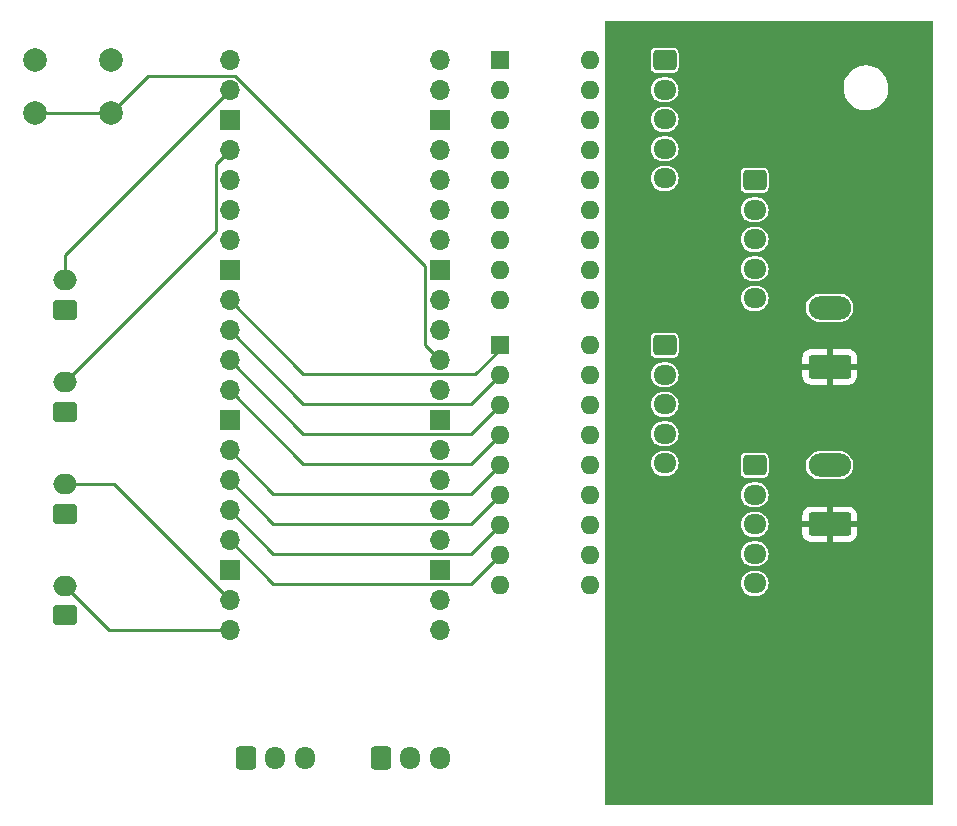
<source format=gbl>
%TF.GenerationSoftware,KiCad,Pcbnew,7.0.5*%
%TF.CreationDate,2023-06-21T21:20:56+02:00*%
%TF.ProjectId,moduleDriver,6d6f6475-6c65-4447-9269-7665722e6b69,rev?*%
%TF.SameCoordinates,Original*%
%TF.FileFunction,Copper,L2,Bot*%
%TF.FilePolarity,Positive*%
%FSLAX46Y46*%
G04 Gerber Fmt 4.6, Leading zero omitted, Abs format (unit mm)*
G04 Created by KiCad (PCBNEW 7.0.5) date 2023-06-21 21:20:56*
%MOMM*%
%LPD*%
G01*
G04 APERTURE LIST*
G04 Aperture macros list*
%AMRoundRect*
0 Rectangle with rounded corners*
0 $1 Rounding radius*
0 $2 $3 $4 $5 $6 $7 $8 $9 X,Y pos of 4 corners*
0 Add a 4 corners polygon primitive as box body*
4,1,4,$2,$3,$4,$5,$6,$7,$8,$9,$2,$3,0*
0 Add four circle primitives for the rounded corners*
1,1,$1+$1,$2,$3*
1,1,$1+$1,$4,$5*
1,1,$1+$1,$6,$7*
1,1,$1+$1,$8,$9*
0 Add four rect primitives between the rounded corners*
20,1,$1+$1,$2,$3,$4,$5,0*
20,1,$1+$1,$4,$5,$6,$7,0*
20,1,$1+$1,$6,$7,$8,$9,0*
20,1,$1+$1,$8,$9,$2,$3,0*%
G04 Aperture macros list end*
%TA.AperFunction,ComponentPad*%
%ADD10O,1.700000X1.700000*%
%TD*%
%TA.AperFunction,ComponentPad*%
%ADD11R,1.700000X1.700000*%
%TD*%
%TA.AperFunction,ComponentPad*%
%ADD12O,3.600000X2.000000*%
%TD*%
%TA.AperFunction,ComponentPad*%
%ADD13RoundRect,0.250000X1.550000X-0.750000X1.550000X0.750000X-1.550000X0.750000X-1.550000X-0.750000X0*%
%TD*%
%TA.AperFunction,ComponentPad*%
%ADD14O,1.700000X1.950000*%
%TD*%
%TA.AperFunction,ComponentPad*%
%ADD15RoundRect,0.250000X-0.600000X-0.725000X0.600000X-0.725000X0.600000X0.725000X-0.600000X0.725000X0*%
%TD*%
%TA.AperFunction,ComponentPad*%
%ADD16O,1.950000X1.700000*%
%TD*%
%TA.AperFunction,ComponentPad*%
%ADD17RoundRect,0.250000X-0.725000X0.600000X-0.725000X-0.600000X0.725000X-0.600000X0.725000X0.600000X0*%
%TD*%
%TA.AperFunction,ComponentPad*%
%ADD18O,1.600000X1.600000*%
%TD*%
%TA.AperFunction,ComponentPad*%
%ADD19R,1.600000X1.600000*%
%TD*%
%TA.AperFunction,ComponentPad*%
%ADD20RoundRect,0.250000X0.750000X-0.600000X0.750000X0.600000X-0.750000X0.600000X-0.750000X-0.600000X0*%
%TD*%
%TA.AperFunction,ComponentPad*%
%ADD21O,2.000000X1.700000*%
%TD*%
%TA.AperFunction,ComponentPad*%
%ADD22C,2.000000*%
%TD*%
%TA.AperFunction,ViaPad*%
%ADD23C,1.000000*%
%TD*%
%TA.AperFunction,Conductor*%
%ADD24C,0.250000*%
%TD*%
G04 APERTURE END LIST*
D10*
X71120000Y-73660000D03*
X71120000Y-76200000D03*
D11*
X71120000Y-78740000D03*
D10*
X71120000Y-81280000D03*
X71120000Y-83820000D03*
X71120000Y-86360000D03*
X71120000Y-88900000D03*
D11*
X71120000Y-91440000D03*
D10*
X71120000Y-93980000D03*
X71120000Y-96520000D03*
X71120000Y-99060000D03*
X71120000Y-101600000D03*
D11*
X71120000Y-104140000D03*
D10*
X71120000Y-106680000D03*
X71120000Y-109220000D03*
X71120000Y-111760000D03*
X71120000Y-114300000D03*
D11*
X71120000Y-116840000D03*
D10*
X71120000Y-119380000D03*
X71120000Y-121920000D03*
X88900000Y-121920000D03*
X88900000Y-119380000D03*
D11*
X88900000Y-116840000D03*
D10*
X88900000Y-114300000D03*
X88900000Y-111760000D03*
X88900000Y-109220000D03*
X88900000Y-106680000D03*
D11*
X88900000Y-104140000D03*
D10*
X88900000Y-101600000D03*
X88900000Y-99060000D03*
X88900000Y-96520000D03*
X88900000Y-93980000D03*
D11*
X88900000Y-91440000D03*
D10*
X88900000Y-88900000D03*
X88900000Y-86360000D03*
X88900000Y-83820000D03*
X88900000Y-81280000D03*
D11*
X88900000Y-78740000D03*
D10*
X88900000Y-76200000D03*
X88900000Y-73660000D03*
D12*
X121920000Y-107950000D03*
D13*
X121920000Y-112950000D03*
D12*
X121920000Y-94615000D03*
D13*
X121920000Y-99615000D03*
D14*
X77470000Y-132715000D03*
X74970000Y-132715000D03*
D15*
X72470000Y-132715000D03*
D16*
X107950000Y-107790000D03*
X107950000Y-105290000D03*
X107950000Y-102790000D03*
X107950000Y-100290000D03*
D17*
X107950000Y-97790000D03*
D18*
X101600000Y-97790000D03*
X101600000Y-100330000D03*
X101600000Y-102870000D03*
X101600000Y-105410000D03*
X101600000Y-107950000D03*
X101600000Y-110490000D03*
X101600000Y-113030000D03*
X101600000Y-115570000D03*
X101600000Y-118110000D03*
X93980000Y-118110000D03*
X93980000Y-115570000D03*
X93980000Y-113030000D03*
X93980000Y-110490000D03*
X93980000Y-107950000D03*
X93980000Y-105410000D03*
X93980000Y-102870000D03*
X93980000Y-100330000D03*
D19*
X93980000Y-97790000D03*
D20*
X57150000Y-112054000D03*
D21*
X57150000Y-109554000D03*
D18*
X101600000Y-73660000D03*
X101600000Y-76200000D03*
X101600000Y-78740000D03*
X101600000Y-81280000D03*
X101600000Y-83820000D03*
X101600000Y-86360000D03*
X101600000Y-88900000D03*
X101600000Y-91440000D03*
X101600000Y-93980000D03*
X93980000Y-93980000D03*
X93980000Y-91440000D03*
X93980000Y-88900000D03*
X93980000Y-86360000D03*
X93980000Y-83820000D03*
X93980000Y-81280000D03*
X93980000Y-78740000D03*
X93980000Y-76200000D03*
D19*
X93980000Y-73660000D03*
D22*
X54610000Y-73660000D03*
X61110000Y-73660000D03*
X54610000Y-78160000D03*
X61110000Y-78160000D03*
D20*
X57150000Y-94782000D03*
D21*
X57150000Y-92282000D03*
D16*
X115570000Y-117950000D03*
X115570000Y-115450000D03*
X115570000Y-112950000D03*
X115570000Y-110450000D03*
D17*
X115570000Y-107950000D03*
D16*
X115570000Y-93820000D03*
X115570000Y-91320000D03*
X115570000Y-88820000D03*
X115570000Y-86320000D03*
D17*
X115570000Y-83820000D03*
D20*
X57150000Y-120650000D03*
D21*
X57150000Y-118150000D03*
D20*
X57150000Y-103418000D03*
D21*
X57150000Y-100918000D03*
D14*
X88900000Y-132715000D03*
X86400000Y-132715000D03*
D15*
X83900000Y-132715000D03*
D16*
X107950000Y-83660000D03*
X107950000Y-81160000D03*
X107950000Y-78660000D03*
X107950000Y-76160000D03*
D17*
X107950000Y-73660000D03*
D23*
X106045000Y-129540000D03*
X107315000Y-129540000D03*
X108585000Y-129540000D03*
X108585000Y-130810000D03*
X108585000Y-132080000D03*
X108585000Y-133350000D03*
X116205000Y-129540000D03*
X116205000Y-130810000D03*
X116205000Y-132080000D03*
X116205000Y-133350000D03*
X116205000Y-134620000D03*
X114935000Y-134620000D03*
X113665000Y-134620000D03*
X112395000Y-134620000D03*
X111125000Y-134620000D03*
X109855000Y-134620000D03*
X108585000Y-134620000D03*
X125095000Y-132080000D03*
X123825000Y-132080000D03*
X122555000Y-132080000D03*
X121285000Y-132080000D03*
X126365000Y-128270000D03*
X120015000Y-128270000D03*
X120015000Y-127000000D03*
X126365000Y-127000000D03*
X126365000Y-132080000D03*
X126365000Y-130810000D03*
X126365000Y-129540000D03*
X120015000Y-132080000D03*
X120015000Y-130810000D03*
X120015000Y-129540000D03*
X118745000Y-129540000D03*
X117475000Y-129540000D03*
X104775000Y-129540000D03*
X104775000Y-128270000D03*
X104775000Y-127000000D03*
D24*
X54610000Y-78160000D02*
X61110000Y-78160000D01*
X57150000Y-90170000D02*
X57150000Y-92282000D01*
X71120000Y-76200000D02*
X57150000Y-90170000D01*
X69945000Y-88123000D02*
X57150000Y-100918000D01*
X69945000Y-82455000D02*
X69945000Y-88123000D01*
X71120000Y-81280000D02*
X69945000Y-82455000D01*
X71120000Y-119380000D02*
X61294000Y-109554000D01*
X61294000Y-109554000D02*
X57150000Y-109554000D01*
X71120000Y-121920000D02*
X60920000Y-121920000D01*
X60920000Y-121920000D02*
X57150000Y-118150000D01*
X77375000Y-100235000D02*
X71120000Y-93980000D01*
X93980000Y-97790000D02*
X93980000Y-98181701D01*
X91926701Y-100235000D02*
X77375000Y-100235000D01*
X93980000Y-98181701D02*
X91926701Y-100235000D01*
X77375000Y-102775000D02*
X71120000Y-96520000D01*
X93980000Y-100330000D02*
X91535000Y-102775000D01*
X91535000Y-102775000D02*
X77375000Y-102775000D01*
X91535000Y-105315000D02*
X77375000Y-105315000D01*
X93980000Y-102870000D02*
X91535000Y-105315000D01*
X77375000Y-105315000D02*
X71120000Y-99060000D01*
X91535000Y-107855000D02*
X77375000Y-107855000D01*
X93980000Y-105410000D02*
X91535000Y-107855000D01*
X77375000Y-107855000D02*
X71120000Y-101600000D01*
X91535000Y-110395000D02*
X74835000Y-110395000D01*
X93980000Y-107950000D02*
X91535000Y-110395000D01*
X74835000Y-110395000D02*
X71120000Y-106680000D01*
X91535000Y-112935000D02*
X74835000Y-112935000D01*
X93980000Y-110490000D02*
X91535000Y-112935000D01*
X74835000Y-112935000D02*
X71120000Y-109220000D01*
X93980000Y-113030000D02*
X91535000Y-115475000D01*
X91535000Y-115475000D02*
X74835000Y-115475000D01*
X74835000Y-115475000D02*
X71120000Y-111760000D01*
X91535000Y-118015000D02*
X74835000Y-118015000D01*
X74835000Y-118015000D02*
X71120000Y-114300000D01*
X93980000Y-115570000D02*
X91535000Y-118015000D01*
X87630000Y-97790000D02*
X88900000Y-99060000D01*
X87630000Y-91048299D02*
X87630000Y-97790000D01*
X61110000Y-78160000D02*
X64245000Y-75025000D01*
X64245000Y-75025000D02*
X71606701Y-75025000D01*
X71606701Y-75025000D02*
X87630000Y-91048299D01*
%TA.AperFunction,Conductor*%
G36*
X130642539Y-70320185D02*
G01*
X130688294Y-70372989D01*
X130699500Y-70424500D01*
X130699500Y-136575500D01*
X130679815Y-136642539D01*
X130627011Y-136688294D01*
X130575500Y-136699500D01*
X102994000Y-136699500D01*
X102926961Y-136679815D01*
X102881206Y-136627011D01*
X102870000Y-136575500D01*
X102870000Y-117949999D01*
X114389417Y-117949999D01*
X114409699Y-118155932D01*
X114409700Y-118155934D01*
X114469768Y-118353954D01*
X114567315Y-118536450D01*
X114567317Y-118536452D01*
X114698589Y-118696410D01*
X114795209Y-118775702D01*
X114858550Y-118827685D01*
X115041046Y-118925232D01*
X115239066Y-118985300D01*
X115239065Y-118985300D01*
X115277647Y-118989100D01*
X115393392Y-119000500D01*
X115393395Y-119000500D01*
X115746605Y-119000500D01*
X115746608Y-119000500D01*
X115900934Y-118985300D01*
X116098954Y-118925232D01*
X116281450Y-118827685D01*
X116441410Y-118696410D01*
X116572685Y-118536450D01*
X116670232Y-118353954D01*
X116730300Y-118155934D01*
X116750583Y-117950000D01*
X116730300Y-117744066D01*
X116670232Y-117546046D01*
X116572685Y-117363550D01*
X116499268Y-117274090D01*
X116441410Y-117203589D01*
X116323677Y-117106969D01*
X116281450Y-117072315D01*
X116098954Y-116974768D01*
X115900934Y-116914700D01*
X115900932Y-116914699D01*
X115900934Y-116914699D01*
X115781805Y-116902966D01*
X115746608Y-116899500D01*
X115393392Y-116899500D01*
X115355298Y-116903251D01*
X115239067Y-116914699D01*
X115041043Y-116974769D01*
X114930898Y-117033643D01*
X114858550Y-117072315D01*
X114858548Y-117072316D01*
X114858547Y-117072317D01*
X114698589Y-117203589D01*
X114567317Y-117363547D01*
X114469769Y-117546043D01*
X114409699Y-117744067D01*
X114389417Y-117949999D01*
X102870000Y-117949999D01*
X102870000Y-115450000D01*
X114389417Y-115450000D01*
X114409699Y-115655932D01*
X114409700Y-115655934D01*
X114469768Y-115853954D01*
X114567315Y-116036450D01*
X114567317Y-116036452D01*
X114698589Y-116196410D01*
X114795209Y-116275702D01*
X114858550Y-116327685D01*
X115041046Y-116425232D01*
X115239066Y-116485300D01*
X115239065Y-116485300D01*
X115277647Y-116489100D01*
X115393392Y-116500500D01*
X115393395Y-116500500D01*
X115746605Y-116500500D01*
X115746608Y-116500500D01*
X115900934Y-116485300D01*
X116098954Y-116425232D01*
X116281450Y-116327685D01*
X116441410Y-116196410D01*
X116572685Y-116036450D01*
X116670232Y-115853954D01*
X116730300Y-115655934D01*
X116750583Y-115450000D01*
X116730300Y-115244066D01*
X116670232Y-115046046D01*
X116572685Y-114863550D01*
X116466441Y-114734090D01*
X116441410Y-114703589D01*
X116281452Y-114572317D01*
X116281453Y-114572317D01*
X116281450Y-114572315D01*
X116098954Y-114474768D01*
X115900934Y-114414700D01*
X115900932Y-114414699D01*
X115900934Y-114414699D01*
X115781805Y-114402966D01*
X115746608Y-114399500D01*
X115393392Y-114399500D01*
X115355298Y-114403251D01*
X115239067Y-114414699D01*
X115041043Y-114474769D01*
X114930898Y-114533643D01*
X114858550Y-114572315D01*
X114858548Y-114572316D01*
X114858547Y-114572317D01*
X114698589Y-114703589D01*
X114567317Y-114863547D01*
X114469769Y-115046043D01*
X114409699Y-115244067D01*
X114389417Y-115450000D01*
X102870000Y-115450000D01*
X102870000Y-112949999D01*
X114389417Y-112949999D01*
X114409699Y-113155932D01*
X114409700Y-113155934D01*
X114469768Y-113353954D01*
X114567315Y-113536450D01*
X114567317Y-113536452D01*
X114698589Y-113696410D01*
X114763857Y-113749973D01*
X114858550Y-113827685D01*
X115041046Y-113925232D01*
X115239066Y-113985300D01*
X115239065Y-113985300D01*
X115277647Y-113989100D01*
X115393392Y-114000500D01*
X115393395Y-114000500D01*
X115746605Y-114000500D01*
X115746608Y-114000500D01*
X115900934Y-113985300D01*
X116098954Y-113925232D01*
X116281450Y-113827685D01*
X116441410Y-113696410D01*
X116572685Y-113536450D01*
X116670232Y-113353954D01*
X116730300Y-113155934D01*
X116750583Y-112950000D01*
X116730300Y-112744066D01*
X116716933Y-112699999D01*
X119619999Y-112699999D01*
X119620000Y-112700000D01*
X121260671Y-112700000D01*
X121220000Y-112865005D01*
X121220000Y-113034995D01*
X121260671Y-113200000D01*
X119620001Y-113200000D01*
X119620001Y-113749986D01*
X119630494Y-113852697D01*
X119685641Y-114019119D01*
X119685643Y-114019124D01*
X119777684Y-114168345D01*
X119901654Y-114292315D01*
X120050875Y-114384356D01*
X120050880Y-114384358D01*
X120217302Y-114439505D01*
X120217309Y-114439506D01*
X120320019Y-114449999D01*
X121669999Y-114449999D01*
X121669999Y-113603836D01*
X121751249Y-113634651D01*
X121877660Y-113650000D01*
X121962340Y-113650000D01*
X122088751Y-113634651D01*
X122170000Y-113603837D01*
X122170000Y-114449999D01*
X123519972Y-114449999D01*
X123519986Y-114449998D01*
X123622697Y-114439505D01*
X123789119Y-114384358D01*
X123789124Y-114384356D01*
X123938345Y-114292315D01*
X124062315Y-114168345D01*
X124154356Y-114019124D01*
X124154358Y-114019119D01*
X124209505Y-113852697D01*
X124209506Y-113852690D01*
X124219999Y-113749986D01*
X124220000Y-113749973D01*
X124220000Y-113200000D01*
X122579329Y-113200000D01*
X122620000Y-113034995D01*
X122620000Y-112865005D01*
X122579329Y-112700000D01*
X124219999Y-112700000D01*
X124219999Y-112150028D01*
X124219998Y-112150013D01*
X124209505Y-112047302D01*
X124154358Y-111880880D01*
X124154356Y-111880875D01*
X124062315Y-111731654D01*
X123938345Y-111607684D01*
X123789124Y-111515643D01*
X123789119Y-111515641D01*
X123622697Y-111460494D01*
X123622690Y-111460493D01*
X123519986Y-111450000D01*
X122170000Y-111450000D01*
X122170000Y-112296162D01*
X122088751Y-112265349D01*
X121962340Y-112250000D01*
X121877660Y-112250000D01*
X121751249Y-112265349D01*
X121669999Y-112296163D01*
X121669999Y-111450000D01*
X120320028Y-111450000D01*
X120320012Y-111450001D01*
X120217302Y-111460494D01*
X120050880Y-111515641D01*
X120050875Y-111515643D01*
X119901654Y-111607684D01*
X119777684Y-111731654D01*
X119685643Y-111880875D01*
X119685641Y-111880880D01*
X119630494Y-112047302D01*
X119630493Y-112047309D01*
X119620000Y-112150013D01*
X119620000Y-112150026D01*
X119619999Y-112699999D01*
X116716933Y-112699999D01*
X116670232Y-112546046D01*
X116572685Y-112363550D01*
X116492094Y-112265349D01*
X116441410Y-112203589D01*
X116281452Y-112072317D01*
X116281453Y-112072317D01*
X116281450Y-112072315D01*
X116098954Y-111974768D01*
X115900934Y-111914700D01*
X115900932Y-111914699D01*
X115900934Y-111914699D01*
X115781805Y-111902966D01*
X115746608Y-111899500D01*
X115393392Y-111899500D01*
X115355298Y-111903251D01*
X115239067Y-111914699D01*
X115041043Y-111974769D01*
X114947707Y-112024659D01*
X114858550Y-112072315D01*
X114858548Y-112072316D01*
X114858547Y-112072317D01*
X114698589Y-112203589D01*
X114567317Y-112363547D01*
X114469769Y-112546043D01*
X114409699Y-112744067D01*
X114389417Y-112949999D01*
X102870000Y-112949999D01*
X102870000Y-110449999D01*
X114389417Y-110449999D01*
X114409699Y-110655932D01*
X114409700Y-110655934D01*
X114469768Y-110853954D01*
X114567315Y-111036450D01*
X114601969Y-111078677D01*
X114698589Y-111196410D01*
X114795209Y-111275702D01*
X114858550Y-111327685D01*
X115041046Y-111425232D01*
X115239066Y-111485300D01*
X115239065Y-111485300D01*
X115277647Y-111489100D01*
X115393392Y-111500500D01*
X115393395Y-111500500D01*
X115746605Y-111500500D01*
X115746608Y-111500500D01*
X115900934Y-111485300D01*
X116098954Y-111425232D01*
X116281450Y-111327685D01*
X116441410Y-111196410D01*
X116572685Y-111036450D01*
X116670232Y-110853954D01*
X116730300Y-110655934D01*
X116750583Y-110450000D01*
X116730300Y-110244066D01*
X116670232Y-110046046D01*
X116572685Y-109863550D01*
X116503393Y-109779117D01*
X116441410Y-109703589D01*
X116281452Y-109572317D01*
X116281453Y-109572317D01*
X116281450Y-109572315D01*
X116098954Y-109474768D01*
X115900934Y-109414700D01*
X115900932Y-109414699D01*
X115900934Y-109414699D01*
X115781805Y-109402966D01*
X115746608Y-109399500D01*
X115393392Y-109399500D01*
X115355298Y-109403251D01*
X115239067Y-109414699D01*
X115041043Y-109474769D01*
X114986402Y-109503976D01*
X114858550Y-109572315D01*
X114858548Y-109572316D01*
X114858547Y-109572317D01*
X114698589Y-109703589D01*
X114567317Y-109863547D01*
X114469769Y-110046043D01*
X114409699Y-110244067D01*
X114389417Y-110449999D01*
X102870000Y-110449999D01*
X102870000Y-107790000D01*
X106769417Y-107790000D01*
X106789699Y-107995932D01*
X106789700Y-107995934D01*
X106849768Y-108193954D01*
X106947315Y-108376450D01*
X106947317Y-108376452D01*
X107078589Y-108536410D01*
X107161273Y-108604266D01*
X107238550Y-108667685D01*
X107421046Y-108765232D01*
X107619066Y-108825300D01*
X107619065Y-108825300D01*
X107657647Y-108829100D01*
X107773392Y-108840500D01*
X107773395Y-108840500D01*
X108126605Y-108840500D01*
X108126608Y-108840500D01*
X108280934Y-108825300D01*
X108478954Y-108765232D01*
X108661450Y-108667685D01*
X108738723Y-108604269D01*
X114394500Y-108604269D01*
X114397353Y-108634699D01*
X114397353Y-108634701D01*
X114442206Y-108762880D01*
X114442207Y-108762882D01*
X114522850Y-108872150D01*
X114632118Y-108952793D01*
X114674845Y-108967744D01*
X114760299Y-108997646D01*
X114790730Y-109000500D01*
X114790734Y-109000500D01*
X116349270Y-109000500D01*
X116379699Y-108997646D01*
X116379701Y-108997646D01*
X116444258Y-108975056D01*
X116507882Y-108952793D01*
X116617150Y-108872150D01*
X116697793Y-108762882D01*
X116727998Y-108676562D01*
X116742646Y-108634701D01*
X116742646Y-108634699D01*
X116742646Y-108634698D01*
X116745500Y-108604266D01*
X116745500Y-108061240D01*
X119919499Y-108061240D01*
X119919500Y-108061243D01*
X119960382Y-108279940D01*
X120040752Y-108487398D01*
X120040754Y-108487404D01*
X120157874Y-108676560D01*
X120157876Y-108676562D01*
X120307761Y-108840979D01*
X120485308Y-108975056D01*
X120485316Y-108975061D01*
X120684461Y-109074224D01*
X120684465Y-109074225D01*
X120684472Y-109074229D01*
X120898464Y-109135115D01*
X121064497Y-109150500D01*
X121064501Y-109150500D01*
X122775499Y-109150500D01*
X122775503Y-109150500D01*
X122941536Y-109135115D01*
X123155528Y-109074229D01*
X123354689Y-108975058D01*
X123532236Y-108840981D01*
X123532675Y-108840500D01*
X123601292Y-108765230D01*
X123682124Y-108676562D01*
X123799247Y-108487401D01*
X123879618Y-108279940D01*
X123920500Y-108061243D01*
X123920500Y-107838757D01*
X123879618Y-107620060D01*
X123799247Y-107412599D01*
X123782806Y-107386046D01*
X123682125Y-107223439D01*
X123682123Y-107223437D01*
X123532238Y-107059020D01*
X123354691Y-106924943D01*
X123354683Y-106924938D01*
X123155538Y-106825775D01*
X123155523Y-106825769D01*
X122941537Y-106764885D01*
X122941535Y-106764884D01*
X122823653Y-106753961D01*
X122775503Y-106749500D01*
X121064497Y-106749500D01*
X121019601Y-106753660D01*
X120898464Y-106764884D01*
X120898462Y-106764885D01*
X120684476Y-106825769D01*
X120684461Y-106825775D01*
X120485316Y-106924938D01*
X120485308Y-106924943D01*
X120307761Y-107059020D01*
X120157876Y-107223437D01*
X120157874Y-107223439D01*
X120040754Y-107412595D01*
X120040752Y-107412601D01*
X119960382Y-107620061D01*
X119960382Y-107620062D01*
X119919499Y-107838759D01*
X119919499Y-108061240D01*
X116745500Y-108061240D01*
X116745500Y-107295734D01*
X116742646Y-107265301D01*
X116742646Y-107265300D01*
X116742646Y-107265298D01*
X116697793Y-107137119D01*
X116697792Y-107137117D01*
X116617150Y-107027850D01*
X116507882Y-106947207D01*
X116507880Y-106947206D01*
X116379700Y-106902353D01*
X116349270Y-106899500D01*
X116349266Y-106899500D01*
X114790734Y-106899500D01*
X114790730Y-106899500D01*
X114760300Y-106902353D01*
X114760298Y-106902353D01*
X114632119Y-106947206D01*
X114632117Y-106947207D01*
X114522850Y-107027850D01*
X114442207Y-107137117D01*
X114442206Y-107137119D01*
X114397353Y-107265298D01*
X114397353Y-107265300D01*
X114394500Y-107295730D01*
X114394500Y-108604269D01*
X108738723Y-108604269D01*
X108821410Y-108536410D01*
X108952685Y-108376450D01*
X109050232Y-108193954D01*
X109110300Y-107995934D01*
X109130583Y-107790000D01*
X109110300Y-107584066D01*
X109050232Y-107386046D01*
X108952685Y-107203550D01*
X108879268Y-107114090D01*
X108821410Y-107043589D01*
X108703677Y-106946969D01*
X108661450Y-106912315D01*
X108478954Y-106814768D01*
X108280934Y-106754700D01*
X108280932Y-106754699D01*
X108280934Y-106754699D01*
X108161805Y-106742966D01*
X108126608Y-106739500D01*
X107773392Y-106739500D01*
X107735298Y-106743251D01*
X107619067Y-106754699D01*
X107421043Y-106814769D01*
X107310898Y-106873643D01*
X107238550Y-106912315D01*
X107238548Y-106912316D01*
X107238547Y-106912317D01*
X107078589Y-107043589D01*
X106947317Y-107203547D01*
X106849769Y-107386043D01*
X106789699Y-107584067D01*
X106769417Y-107790000D01*
X102870000Y-107790000D01*
X102870000Y-105290000D01*
X106769417Y-105290000D01*
X106789699Y-105495932D01*
X106789700Y-105495934D01*
X106849768Y-105693954D01*
X106947315Y-105876450D01*
X106947317Y-105876452D01*
X107078589Y-106036410D01*
X107175209Y-106115702D01*
X107238550Y-106167685D01*
X107421046Y-106265232D01*
X107619066Y-106325300D01*
X107619065Y-106325300D01*
X107657647Y-106329100D01*
X107773392Y-106340500D01*
X107773395Y-106340500D01*
X108126605Y-106340500D01*
X108126608Y-106340500D01*
X108280934Y-106325300D01*
X108478954Y-106265232D01*
X108661450Y-106167685D01*
X108821410Y-106036410D01*
X108952685Y-105876450D01*
X109050232Y-105693954D01*
X109110300Y-105495934D01*
X109130583Y-105290000D01*
X109110300Y-105084066D01*
X109050232Y-104886046D01*
X108952685Y-104703550D01*
X108846441Y-104574090D01*
X108821410Y-104543589D01*
X108661452Y-104412317D01*
X108661453Y-104412317D01*
X108661450Y-104412315D01*
X108478954Y-104314768D01*
X108280934Y-104254700D01*
X108280932Y-104254699D01*
X108280934Y-104254699D01*
X108161805Y-104242966D01*
X108126608Y-104239500D01*
X107773392Y-104239500D01*
X107735298Y-104243251D01*
X107619067Y-104254699D01*
X107421043Y-104314769D01*
X107310898Y-104373643D01*
X107238550Y-104412315D01*
X107238548Y-104412316D01*
X107238547Y-104412317D01*
X107078589Y-104543589D01*
X106947317Y-104703547D01*
X106849769Y-104886043D01*
X106789699Y-105084067D01*
X106769417Y-105290000D01*
X102870000Y-105290000D01*
X102870000Y-102790000D01*
X106769417Y-102790000D01*
X106789699Y-102995932D01*
X106789700Y-102995934D01*
X106849768Y-103193954D01*
X106947315Y-103376450D01*
X106947317Y-103376452D01*
X107078589Y-103536410D01*
X107175209Y-103615702D01*
X107238550Y-103667685D01*
X107421046Y-103765232D01*
X107619066Y-103825300D01*
X107619065Y-103825300D01*
X107657647Y-103829100D01*
X107773392Y-103840500D01*
X107773395Y-103840500D01*
X108126605Y-103840500D01*
X108126608Y-103840500D01*
X108280934Y-103825300D01*
X108478954Y-103765232D01*
X108661450Y-103667685D01*
X108821410Y-103536410D01*
X108952685Y-103376450D01*
X109050232Y-103193954D01*
X109110300Y-102995934D01*
X109130583Y-102790000D01*
X109110300Y-102584066D01*
X109050232Y-102386046D01*
X108952685Y-102203550D01*
X108900702Y-102140209D01*
X108821410Y-102043589D01*
X108661452Y-101912317D01*
X108661453Y-101912317D01*
X108661450Y-101912315D01*
X108478954Y-101814768D01*
X108280934Y-101754700D01*
X108280932Y-101754699D01*
X108280934Y-101754699D01*
X108161805Y-101742966D01*
X108126608Y-101739500D01*
X107773392Y-101739500D01*
X107735298Y-101743251D01*
X107619067Y-101754699D01*
X107421043Y-101814769D01*
X107327707Y-101864659D01*
X107238550Y-101912315D01*
X107238548Y-101912316D01*
X107238547Y-101912317D01*
X107078589Y-102043589D01*
X106947317Y-102203547D01*
X106849769Y-102386043D01*
X106789699Y-102584067D01*
X106769417Y-102790000D01*
X102870000Y-102790000D01*
X102870000Y-100290000D01*
X106769417Y-100290000D01*
X106789699Y-100495932D01*
X106798860Y-100526132D01*
X106849768Y-100693954D01*
X106947315Y-100876450D01*
X106981969Y-100918677D01*
X107078589Y-101036410D01*
X107161564Y-101104505D01*
X107238550Y-101167685D01*
X107421046Y-101265232D01*
X107619066Y-101325300D01*
X107619065Y-101325300D01*
X107657647Y-101329100D01*
X107773392Y-101340500D01*
X107773395Y-101340500D01*
X108126605Y-101340500D01*
X108126608Y-101340500D01*
X108280934Y-101325300D01*
X108478954Y-101265232D01*
X108661450Y-101167685D01*
X108821410Y-101036410D01*
X108952685Y-100876450D01*
X109050232Y-100693954D01*
X109110300Y-100495934D01*
X109130583Y-100290000D01*
X109110300Y-100084066D01*
X109050232Y-99886046D01*
X108952685Y-99703550D01*
X108883393Y-99619117D01*
X108821410Y-99543589D01*
X108661452Y-99412317D01*
X108661453Y-99412317D01*
X108661450Y-99412315D01*
X108572931Y-99365000D01*
X119619999Y-99365000D01*
X121260671Y-99365000D01*
X121220000Y-99530005D01*
X121220000Y-99699995D01*
X121260671Y-99865000D01*
X119620001Y-99865000D01*
X119620001Y-100414986D01*
X119630494Y-100517697D01*
X119685641Y-100684119D01*
X119685643Y-100684124D01*
X119777684Y-100833345D01*
X119901654Y-100957315D01*
X120050875Y-101049356D01*
X120050880Y-101049358D01*
X120217302Y-101104505D01*
X120217309Y-101104506D01*
X120320019Y-101114999D01*
X121669999Y-101114999D01*
X121669999Y-100268836D01*
X121751249Y-100299651D01*
X121877660Y-100315000D01*
X121962340Y-100315000D01*
X122088751Y-100299651D01*
X122170000Y-100268837D01*
X122170000Y-101114999D01*
X123519972Y-101114999D01*
X123519986Y-101114998D01*
X123622697Y-101104505D01*
X123789119Y-101049358D01*
X123789124Y-101049356D01*
X123938345Y-100957315D01*
X124062315Y-100833345D01*
X124154356Y-100684124D01*
X124154358Y-100684119D01*
X124209505Y-100517697D01*
X124209506Y-100517690D01*
X124219999Y-100414986D01*
X124220000Y-100414973D01*
X124220000Y-99865000D01*
X122579329Y-99865000D01*
X122620000Y-99699995D01*
X122620000Y-99530005D01*
X122579329Y-99365000D01*
X124219999Y-99365000D01*
X124219999Y-98815028D01*
X124219998Y-98815013D01*
X124209505Y-98712302D01*
X124154358Y-98545880D01*
X124154356Y-98545875D01*
X124062315Y-98396654D01*
X123938345Y-98272684D01*
X123789124Y-98180643D01*
X123789119Y-98180641D01*
X123622697Y-98125494D01*
X123622690Y-98125493D01*
X123519986Y-98115000D01*
X122170000Y-98115000D01*
X122170000Y-98961162D01*
X122088751Y-98930349D01*
X121962340Y-98915000D01*
X121877660Y-98915000D01*
X121751249Y-98930349D01*
X121669999Y-98961163D01*
X121669999Y-98115000D01*
X120320028Y-98115000D01*
X120320012Y-98115001D01*
X120217302Y-98125494D01*
X120050880Y-98180641D01*
X120050875Y-98180643D01*
X119901654Y-98272684D01*
X119777684Y-98396654D01*
X119685643Y-98545875D01*
X119685641Y-98545880D01*
X119630494Y-98712302D01*
X119630493Y-98712309D01*
X119620000Y-98815013D01*
X119620000Y-98815026D01*
X119619999Y-99365000D01*
X108572931Y-99365000D01*
X108478954Y-99314768D01*
X108280934Y-99254700D01*
X108280932Y-99254699D01*
X108280934Y-99254699D01*
X108161805Y-99242966D01*
X108126608Y-99239500D01*
X107773392Y-99239500D01*
X107735298Y-99243251D01*
X107619067Y-99254699D01*
X107421043Y-99314769D01*
X107366402Y-99343976D01*
X107238550Y-99412315D01*
X107238548Y-99412316D01*
X107238547Y-99412317D01*
X107078589Y-99543589D01*
X106947317Y-99703547D01*
X106849769Y-99886043D01*
X106789699Y-100084067D01*
X106769417Y-100290000D01*
X102870000Y-100290000D01*
X102870000Y-98444269D01*
X106774500Y-98444269D01*
X106777353Y-98474699D01*
X106777353Y-98474701D01*
X106822206Y-98602880D01*
X106822207Y-98602882D01*
X106902850Y-98712150D01*
X107012118Y-98792793D01*
X107054845Y-98807744D01*
X107140299Y-98837646D01*
X107170730Y-98840500D01*
X107170734Y-98840500D01*
X108729270Y-98840500D01*
X108759699Y-98837646D01*
X108759701Y-98837646D01*
X108824381Y-98815013D01*
X108887882Y-98792793D01*
X108997150Y-98712150D01*
X109077793Y-98602882D01*
X109113484Y-98500883D01*
X109122646Y-98474701D01*
X109122646Y-98474699D01*
X109125500Y-98444269D01*
X109125500Y-97135730D01*
X109122646Y-97105300D01*
X109122646Y-97105298D01*
X109077793Y-96977119D01*
X109077792Y-96977117D01*
X108997150Y-96867850D01*
X108887882Y-96787207D01*
X108887880Y-96787206D01*
X108759700Y-96742353D01*
X108729270Y-96739500D01*
X108729266Y-96739500D01*
X107170734Y-96739500D01*
X107170730Y-96739500D01*
X107140300Y-96742353D01*
X107140298Y-96742353D01*
X107012119Y-96787206D01*
X107012117Y-96787207D01*
X106902850Y-96867850D01*
X106822207Y-96977117D01*
X106822206Y-96977119D01*
X106777353Y-97105298D01*
X106777353Y-97105300D01*
X106774500Y-97135730D01*
X106774500Y-98444269D01*
X102870000Y-98444269D01*
X102870000Y-93820000D01*
X114389417Y-93820000D01*
X114409699Y-94025932D01*
X114409700Y-94025934D01*
X114469768Y-94223954D01*
X114567315Y-94406450D01*
X114567317Y-94406452D01*
X114698589Y-94566410D01*
X114795209Y-94645702D01*
X114858550Y-94697685D01*
X115041046Y-94795232D01*
X115239066Y-94855300D01*
X115239065Y-94855300D01*
X115277647Y-94859100D01*
X115393392Y-94870500D01*
X115393395Y-94870500D01*
X115746605Y-94870500D01*
X115746608Y-94870500D01*
X115900934Y-94855300D01*
X116098954Y-94795232D01*
X116228028Y-94726240D01*
X119919499Y-94726240D01*
X119919500Y-94726243D01*
X119960382Y-94944940D01*
X120040752Y-95152398D01*
X120040754Y-95152404D01*
X120157874Y-95341560D01*
X120157876Y-95341562D01*
X120307761Y-95505979D01*
X120485308Y-95640056D01*
X120485316Y-95640061D01*
X120684461Y-95739224D01*
X120684465Y-95739225D01*
X120684472Y-95739229D01*
X120898464Y-95800115D01*
X121064497Y-95815500D01*
X121064501Y-95815500D01*
X122775499Y-95815500D01*
X122775503Y-95815500D01*
X122941536Y-95800115D01*
X123155528Y-95739229D01*
X123354689Y-95640058D01*
X123532236Y-95505981D01*
X123682124Y-95341562D01*
X123799247Y-95152401D01*
X123879618Y-94944940D01*
X123920500Y-94726243D01*
X123920500Y-94503757D01*
X123879618Y-94285060D01*
X123799247Y-94077599D01*
X123767256Y-94025932D01*
X123682125Y-93888439D01*
X123682123Y-93888437D01*
X123532238Y-93724020D01*
X123354691Y-93589943D01*
X123354683Y-93589938D01*
X123155538Y-93490775D01*
X123155523Y-93490769D01*
X122941537Y-93429885D01*
X122941535Y-93429884D01*
X122823653Y-93418961D01*
X122775503Y-93414500D01*
X121064497Y-93414500D01*
X121019601Y-93418660D01*
X120898464Y-93429884D01*
X120898462Y-93429885D01*
X120684476Y-93490769D01*
X120684461Y-93490775D01*
X120485316Y-93589938D01*
X120485308Y-93589943D01*
X120307761Y-93724020D01*
X120157876Y-93888437D01*
X120157874Y-93888439D01*
X120040754Y-94077595D01*
X120040753Y-94077599D01*
X119960382Y-94285060D01*
X119945097Y-94366825D01*
X119919499Y-94503759D01*
X119919499Y-94726240D01*
X116228028Y-94726240D01*
X116281450Y-94697685D01*
X116441410Y-94566410D01*
X116572685Y-94406450D01*
X116670232Y-94223954D01*
X116730300Y-94025934D01*
X116750583Y-93820000D01*
X116730300Y-93614066D01*
X116670232Y-93416046D01*
X116572685Y-93233550D01*
X116499268Y-93144090D01*
X116441410Y-93073589D01*
X116323677Y-92976969D01*
X116281450Y-92942315D01*
X116098954Y-92844768D01*
X115900934Y-92784700D01*
X115900932Y-92784699D01*
X115900934Y-92784699D01*
X115781805Y-92772966D01*
X115746608Y-92769500D01*
X115393392Y-92769500D01*
X115355298Y-92773251D01*
X115239067Y-92784699D01*
X115041043Y-92844769D01*
X114930898Y-92903643D01*
X114858550Y-92942315D01*
X114858548Y-92942316D01*
X114858547Y-92942317D01*
X114698589Y-93073589D01*
X114567317Y-93233547D01*
X114469769Y-93416043D01*
X114409699Y-93614067D01*
X114389417Y-93820000D01*
X102870000Y-93820000D01*
X102870000Y-91319999D01*
X114389417Y-91319999D01*
X114409699Y-91525932D01*
X114409700Y-91525934D01*
X114469768Y-91723954D01*
X114567315Y-91906450D01*
X114567317Y-91906452D01*
X114698589Y-92066410D01*
X114795209Y-92145702D01*
X114858550Y-92197685D01*
X115041046Y-92295232D01*
X115239066Y-92355300D01*
X115239065Y-92355300D01*
X115277647Y-92359100D01*
X115393392Y-92370500D01*
X115393395Y-92370500D01*
X115746605Y-92370500D01*
X115746608Y-92370500D01*
X115900934Y-92355300D01*
X116098954Y-92295232D01*
X116281450Y-92197685D01*
X116441410Y-92066410D01*
X116572685Y-91906450D01*
X116670232Y-91723954D01*
X116730300Y-91525934D01*
X116750583Y-91320000D01*
X116730300Y-91114066D01*
X116670232Y-90916046D01*
X116572685Y-90733550D01*
X116466441Y-90604090D01*
X116441410Y-90573589D01*
X116281452Y-90442317D01*
X116281453Y-90442317D01*
X116281450Y-90442315D01*
X116098954Y-90344768D01*
X115900934Y-90284700D01*
X115900932Y-90284699D01*
X115900934Y-90284699D01*
X115781805Y-90272966D01*
X115746608Y-90269500D01*
X115393392Y-90269500D01*
X115355298Y-90273251D01*
X115239067Y-90284699D01*
X115041043Y-90344769D01*
X114930898Y-90403643D01*
X114858550Y-90442315D01*
X114858548Y-90442316D01*
X114858547Y-90442317D01*
X114698589Y-90573589D01*
X114567317Y-90733547D01*
X114469769Y-90916043D01*
X114409699Y-91114067D01*
X114389417Y-91319999D01*
X102870000Y-91319999D01*
X102870000Y-88820000D01*
X114389417Y-88820000D01*
X114409699Y-89025932D01*
X114409700Y-89025934D01*
X114469768Y-89223954D01*
X114567315Y-89406450D01*
X114567317Y-89406452D01*
X114698589Y-89566410D01*
X114795209Y-89645702D01*
X114858550Y-89697685D01*
X115041046Y-89795232D01*
X115239066Y-89855300D01*
X115239065Y-89855300D01*
X115277647Y-89859100D01*
X115393392Y-89870500D01*
X115393395Y-89870500D01*
X115746605Y-89870500D01*
X115746608Y-89870500D01*
X115900934Y-89855300D01*
X116098954Y-89795232D01*
X116281450Y-89697685D01*
X116441410Y-89566410D01*
X116572685Y-89406450D01*
X116670232Y-89223954D01*
X116730300Y-89025934D01*
X116750583Y-88820000D01*
X116730300Y-88614066D01*
X116670232Y-88416046D01*
X116572685Y-88233550D01*
X116520702Y-88170209D01*
X116441410Y-88073589D01*
X116281452Y-87942317D01*
X116281453Y-87942317D01*
X116281450Y-87942315D01*
X116098954Y-87844768D01*
X115900934Y-87784700D01*
X115900932Y-87784699D01*
X115900934Y-87784699D01*
X115781805Y-87772966D01*
X115746608Y-87769500D01*
X115393392Y-87769500D01*
X115355298Y-87773251D01*
X115239067Y-87784699D01*
X115041043Y-87844769D01*
X114947707Y-87894659D01*
X114858550Y-87942315D01*
X114858548Y-87942316D01*
X114858547Y-87942317D01*
X114698589Y-88073589D01*
X114567317Y-88233547D01*
X114469769Y-88416043D01*
X114409699Y-88614067D01*
X114389417Y-88820000D01*
X102870000Y-88820000D01*
X102870000Y-86320000D01*
X114389417Y-86320000D01*
X114409699Y-86525932D01*
X114409700Y-86525934D01*
X114469768Y-86723954D01*
X114567315Y-86906450D01*
X114601969Y-86948677D01*
X114698589Y-87066410D01*
X114795209Y-87145702D01*
X114858550Y-87197685D01*
X115041046Y-87295232D01*
X115239066Y-87355300D01*
X115239065Y-87355300D01*
X115277647Y-87359100D01*
X115393392Y-87370500D01*
X115393395Y-87370500D01*
X115746605Y-87370500D01*
X115746608Y-87370500D01*
X115900934Y-87355300D01*
X116098954Y-87295232D01*
X116281450Y-87197685D01*
X116441410Y-87066410D01*
X116572685Y-86906450D01*
X116670232Y-86723954D01*
X116730300Y-86525934D01*
X116750583Y-86320000D01*
X116730300Y-86114066D01*
X116670232Y-85916046D01*
X116572685Y-85733550D01*
X116503393Y-85649117D01*
X116441410Y-85573589D01*
X116281452Y-85442317D01*
X116281453Y-85442317D01*
X116281450Y-85442315D01*
X116098954Y-85344768D01*
X115900934Y-85284700D01*
X115900932Y-85284699D01*
X115900934Y-85284699D01*
X115781805Y-85272966D01*
X115746608Y-85269500D01*
X115393392Y-85269500D01*
X115355298Y-85273251D01*
X115239067Y-85284699D01*
X115041043Y-85344769D01*
X114986402Y-85373976D01*
X114858550Y-85442315D01*
X114858548Y-85442316D01*
X114858547Y-85442317D01*
X114698589Y-85573589D01*
X114567317Y-85733547D01*
X114469769Y-85916043D01*
X114409699Y-86114067D01*
X114389417Y-86320000D01*
X102870000Y-86320000D01*
X102870000Y-83660000D01*
X106769417Y-83660000D01*
X106789699Y-83865932D01*
X106789700Y-83865934D01*
X106849768Y-84063954D01*
X106947315Y-84246450D01*
X106947317Y-84246452D01*
X107078589Y-84406410D01*
X107161273Y-84474266D01*
X107238550Y-84537685D01*
X107421046Y-84635232D01*
X107619066Y-84695300D01*
X107619065Y-84695300D01*
X107657647Y-84699100D01*
X107773392Y-84710500D01*
X107773395Y-84710500D01*
X108126605Y-84710500D01*
X108126608Y-84710500D01*
X108280934Y-84695300D01*
X108478954Y-84635232D01*
X108661450Y-84537685D01*
X108738723Y-84474269D01*
X114394500Y-84474269D01*
X114397353Y-84504699D01*
X114397353Y-84504701D01*
X114442206Y-84632880D01*
X114442207Y-84632882D01*
X114522850Y-84742150D01*
X114632118Y-84822793D01*
X114674845Y-84837744D01*
X114760299Y-84867646D01*
X114790730Y-84870500D01*
X114790734Y-84870500D01*
X116349270Y-84870500D01*
X116379699Y-84867646D01*
X116379701Y-84867646D01*
X116443790Y-84845219D01*
X116507882Y-84822793D01*
X116617150Y-84742150D01*
X116697793Y-84632882D01*
X116733484Y-84530883D01*
X116742646Y-84504701D01*
X116742646Y-84504699D01*
X116742646Y-84504698D01*
X116745500Y-84474266D01*
X116745500Y-83165734D01*
X116742646Y-83135301D01*
X116742646Y-83135300D01*
X116742646Y-83135298D01*
X116697793Y-83007119D01*
X116697792Y-83007117D01*
X116617150Y-82897850D01*
X116507882Y-82817207D01*
X116507880Y-82817206D01*
X116379700Y-82772353D01*
X116349270Y-82769500D01*
X116349266Y-82769500D01*
X114790734Y-82769500D01*
X114790730Y-82769500D01*
X114760300Y-82772353D01*
X114760298Y-82772353D01*
X114632119Y-82817206D01*
X114632117Y-82817207D01*
X114522850Y-82897850D01*
X114442207Y-83007117D01*
X114442206Y-83007119D01*
X114397353Y-83135298D01*
X114397353Y-83135300D01*
X114394500Y-83165730D01*
X114394500Y-84474269D01*
X108738723Y-84474269D01*
X108821410Y-84406410D01*
X108952685Y-84246450D01*
X109050232Y-84063954D01*
X109110300Y-83865934D01*
X109130583Y-83660000D01*
X109110300Y-83454066D01*
X109050232Y-83256046D01*
X108952685Y-83073550D01*
X108879268Y-82984090D01*
X108821410Y-82913589D01*
X108703677Y-82816969D01*
X108661450Y-82782315D01*
X108478954Y-82684768D01*
X108280934Y-82624700D01*
X108280932Y-82624699D01*
X108280934Y-82624699D01*
X108161805Y-82612966D01*
X108126608Y-82609500D01*
X107773392Y-82609500D01*
X107735298Y-82613251D01*
X107619067Y-82624699D01*
X107421043Y-82684769D01*
X107310898Y-82743643D01*
X107238550Y-82782315D01*
X107238548Y-82782316D01*
X107238547Y-82782317D01*
X107078589Y-82913589D01*
X106947317Y-83073547D01*
X106849769Y-83256043D01*
X106789699Y-83454067D01*
X106769417Y-83660000D01*
X102870000Y-83660000D01*
X102870000Y-81159999D01*
X106769417Y-81159999D01*
X106789699Y-81365932D01*
X106789700Y-81365934D01*
X106849768Y-81563954D01*
X106947315Y-81746450D01*
X106947317Y-81746452D01*
X107078589Y-81906410D01*
X107175209Y-81985702D01*
X107238550Y-82037685D01*
X107421046Y-82135232D01*
X107619066Y-82195300D01*
X107619065Y-82195300D01*
X107657647Y-82199100D01*
X107773392Y-82210500D01*
X107773395Y-82210500D01*
X108126605Y-82210500D01*
X108126608Y-82210500D01*
X108280934Y-82195300D01*
X108478954Y-82135232D01*
X108661450Y-82037685D01*
X108821410Y-81906410D01*
X108952685Y-81746450D01*
X109050232Y-81563954D01*
X109110300Y-81365934D01*
X109130583Y-81160000D01*
X109110300Y-80954066D01*
X109050232Y-80756046D01*
X108952685Y-80573550D01*
X108846441Y-80444090D01*
X108821410Y-80413589D01*
X108661452Y-80282317D01*
X108661453Y-80282317D01*
X108661450Y-80282315D01*
X108478954Y-80184768D01*
X108280934Y-80124700D01*
X108280932Y-80124699D01*
X108280934Y-80124699D01*
X108161805Y-80112966D01*
X108126608Y-80109500D01*
X107773392Y-80109500D01*
X107735298Y-80113251D01*
X107619067Y-80124699D01*
X107421043Y-80184769D01*
X107310898Y-80243643D01*
X107238550Y-80282315D01*
X107238548Y-80282316D01*
X107238547Y-80282317D01*
X107078589Y-80413589D01*
X106947317Y-80573547D01*
X106849769Y-80756043D01*
X106789699Y-80954067D01*
X106769417Y-81159999D01*
X102870000Y-81159999D01*
X102870000Y-78660000D01*
X106769417Y-78660000D01*
X106789699Y-78865932D01*
X106789700Y-78865934D01*
X106849768Y-79063954D01*
X106947315Y-79246450D01*
X106947317Y-79246452D01*
X107078589Y-79406410D01*
X107175209Y-79485702D01*
X107238550Y-79537685D01*
X107421046Y-79635232D01*
X107619066Y-79695300D01*
X107619065Y-79695300D01*
X107657647Y-79699100D01*
X107773392Y-79710500D01*
X107773395Y-79710500D01*
X108126605Y-79710500D01*
X108126608Y-79710500D01*
X108280934Y-79695300D01*
X108478954Y-79635232D01*
X108661450Y-79537685D01*
X108821410Y-79406410D01*
X108952685Y-79246450D01*
X109050232Y-79063954D01*
X109110300Y-78865934D01*
X109130583Y-78660000D01*
X109110300Y-78454066D01*
X109050232Y-78256046D01*
X108952685Y-78073550D01*
X108900702Y-78010209D01*
X108821410Y-77913589D01*
X108661452Y-77782317D01*
X108661453Y-77782317D01*
X108661450Y-77782315D01*
X108478954Y-77684768D01*
X108280934Y-77624700D01*
X108280932Y-77624699D01*
X108280934Y-77624699D01*
X108161805Y-77612966D01*
X108126608Y-77609500D01*
X107773392Y-77609500D01*
X107735298Y-77613251D01*
X107619067Y-77624699D01*
X107421043Y-77684769D01*
X107327707Y-77734659D01*
X107238550Y-77782315D01*
X107238548Y-77782316D01*
X107238547Y-77782317D01*
X107078589Y-77913589D01*
X106947317Y-78073547D01*
X106849769Y-78256043D01*
X106789699Y-78454067D01*
X106769417Y-78660000D01*
X102870000Y-78660000D01*
X102870000Y-76160000D01*
X106769417Y-76160000D01*
X106789699Y-76365932D01*
X106789700Y-76365934D01*
X106849768Y-76563954D01*
X106947315Y-76746450D01*
X106981969Y-76788677D01*
X107078589Y-76906410D01*
X107175209Y-76985702D01*
X107238550Y-77037685D01*
X107421046Y-77135232D01*
X107619066Y-77195300D01*
X107619065Y-77195300D01*
X107657647Y-77199100D01*
X107773392Y-77210500D01*
X107773395Y-77210500D01*
X108126605Y-77210500D01*
X108126608Y-77210500D01*
X108280934Y-77195300D01*
X108478954Y-77135232D01*
X108661450Y-77037685D01*
X108821410Y-76906410D01*
X108952685Y-76746450D01*
X109050232Y-76563954D01*
X109110300Y-76365934D01*
X109130583Y-76160000D01*
X109121679Y-76069594D01*
X123095686Y-76069594D01*
X123126114Y-76346125D01*
X123196478Y-76615272D01*
X123257359Y-76758538D01*
X123305284Y-76871314D01*
X123406817Y-77037682D01*
X123450205Y-77108776D01*
X123450212Y-77108786D01*
X123628161Y-77322616D01*
X123628167Y-77322621D01*
X123793918Y-77471133D01*
X123835357Y-77508263D01*
X124067373Y-77661763D01*
X124319267Y-77779846D01*
X124319274Y-77779848D01*
X124319276Y-77779849D01*
X124585657Y-77859992D01*
X124585664Y-77859993D01*
X124585669Y-77859995D01*
X124860901Y-77900500D01*
X124860906Y-77900500D01*
X125069461Y-77900500D01*
X125069463Y-77900500D01*
X125069467Y-77900499D01*
X125069481Y-77900499D01*
X125116953Y-77897024D01*
X125277455Y-77885277D01*
X125548997Y-77824788D01*
X125808838Y-77725408D01*
X126051440Y-77589253D01*
X126271632Y-77419226D01*
X126464722Y-77218951D01*
X126626593Y-76992696D01*
X126702580Y-76844900D01*
X126753790Y-76745298D01*
X126753794Y-76745288D01*
X126753797Y-76745283D01*
X126843621Y-76481986D01*
X126894152Y-76208416D01*
X126904313Y-75930404D01*
X126873886Y-75653876D01*
X126803520Y-75384724D01*
X126694716Y-75128686D01*
X126549792Y-74891219D01*
X126458112Y-74781053D01*
X126371838Y-74677383D01*
X126371832Y-74677378D01*
X126164643Y-74491737D01*
X125932629Y-74338238D01*
X125932627Y-74338237D01*
X125680733Y-74220154D01*
X125680728Y-74220152D01*
X125680723Y-74220150D01*
X125414342Y-74140007D01*
X125414328Y-74140004D01*
X125295565Y-74122526D01*
X125139099Y-74099500D01*
X124930537Y-74099500D01*
X124930518Y-74099500D01*
X124722545Y-74114723D01*
X124722535Y-74114724D01*
X124451007Y-74175210D01*
X124450997Y-74175213D01*
X124191161Y-74274592D01*
X123948561Y-74410746D01*
X123948556Y-74410749D01*
X123728369Y-74580772D01*
X123728359Y-74580781D01*
X123535281Y-74781045D01*
X123535274Y-74781053D01*
X123373412Y-75007295D01*
X123373405Y-75007307D01*
X123246209Y-75254701D01*
X123246205Y-75254711D01*
X123156379Y-75518012D01*
X123156378Y-75518018D01*
X123105848Y-75791584D01*
X123105847Y-75791591D01*
X123095686Y-76069594D01*
X109121679Y-76069594D01*
X109110300Y-75954066D01*
X109050232Y-75756046D01*
X108952685Y-75573550D01*
X108883393Y-75489117D01*
X108821410Y-75413589D01*
X108661452Y-75282317D01*
X108661453Y-75282317D01*
X108661450Y-75282315D01*
X108478954Y-75184768D01*
X108280934Y-75124700D01*
X108280932Y-75124699D01*
X108280934Y-75124699D01*
X108161805Y-75112966D01*
X108126608Y-75109500D01*
X107773392Y-75109500D01*
X107735298Y-75113251D01*
X107619067Y-75124699D01*
X107421043Y-75184769D01*
X107366402Y-75213976D01*
X107238550Y-75282315D01*
X107238548Y-75282316D01*
X107238547Y-75282317D01*
X107078589Y-75413589D01*
X106947317Y-75573547D01*
X106849769Y-75756043D01*
X106789699Y-75954067D01*
X106769417Y-76160000D01*
X102870000Y-76160000D01*
X102870000Y-74314269D01*
X106774500Y-74314269D01*
X106777353Y-74344699D01*
X106777353Y-74344701D01*
X106822206Y-74472880D01*
X106822207Y-74472882D01*
X106902850Y-74582150D01*
X107012118Y-74662793D01*
X107053800Y-74677378D01*
X107140299Y-74707646D01*
X107170730Y-74710500D01*
X107170734Y-74710500D01*
X108729270Y-74710500D01*
X108759699Y-74707646D01*
X108759701Y-74707646D01*
X108823790Y-74685219D01*
X108887882Y-74662793D01*
X108997150Y-74582150D01*
X109077793Y-74472882D01*
X109113484Y-74370883D01*
X109122646Y-74344701D01*
X109122646Y-74344699D01*
X109125500Y-74314269D01*
X109125500Y-73005730D01*
X109122646Y-72975300D01*
X109122646Y-72975298D01*
X109077793Y-72847119D01*
X109077792Y-72847117D01*
X108997150Y-72737850D01*
X108887882Y-72657207D01*
X108887880Y-72657206D01*
X108759700Y-72612353D01*
X108729270Y-72609500D01*
X108729266Y-72609500D01*
X107170734Y-72609500D01*
X107170730Y-72609500D01*
X107140300Y-72612353D01*
X107140298Y-72612353D01*
X107012119Y-72657206D01*
X107012117Y-72657207D01*
X106902850Y-72737850D01*
X106822207Y-72847117D01*
X106822206Y-72847119D01*
X106777353Y-72975298D01*
X106777353Y-72975300D01*
X106774500Y-73005730D01*
X106774500Y-74314269D01*
X102870000Y-74314269D01*
X102870000Y-70424500D01*
X102889685Y-70357461D01*
X102942489Y-70311706D01*
X102994000Y-70300500D01*
X130575500Y-70300500D01*
X130642539Y-70320185D01*
G37*
%TD.AperFunction*%
M02*

</source>
